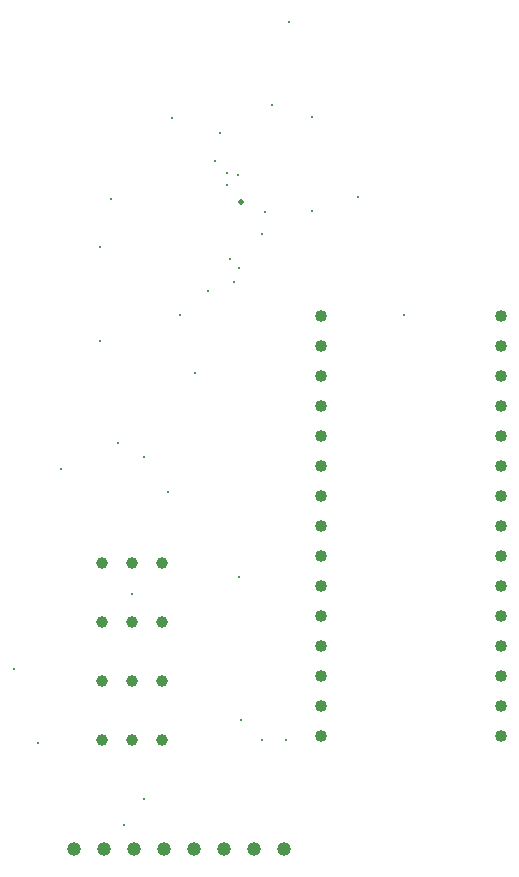
<source format=gbr>
%TF.GenerationSoftware,KiCad,Pcbnew,9.0.5*%
%TF.CreationDate,2025-10-13T11:36:25+02:00*%
%TF.ProjectId,MAX31865,4d415833-3138-4363-952e-6b696361645f,rev?*%
%TF.SameCoordinates,Original*%
%TF.FileFunction,Plated,1,2,PTH,Drill*%
%TF.FilePolarity,Positive*%
%FSLAX46Y46*%
G04 Gerber Fmt 4.6, Leading zero omitted, Abs format (unit mm)*
G04 Created by KiCad (PCBNEW 9.0.5) date 2025-10-13 11:36:25*
%MOMM*%
%LPD*%
G01*
G04 APERTURE LIST*
%TA.AperFunction,ViaDrill*%
%ADD10C,0.300000*%
%TD*%
%TA.AperFunction,ViaDrill*%
%ADD11C,0.500000*%
%TD*%
%TA.AperFunction,ComponentDrill*%
%ADD12C,1.000000*%
%TD*%
%TA.AperFunction,ComponentDrill*%
%ADD13C,1.016000*%
%TD*%
%TA.AperFunction,ComponentDrill*%
%ADD14C,1.190000*%
%TD*%
G04 APERTURE END LIST*
D10*
X103000000Y-130000000D03*
X105000000Y-136280000D03*
X107000000Y-113000000D03*
X110240000Y-94220000D03*
X110240000Y-102220000D03*
X111240000Y-90220000D03*
X111817499Y-110817499D03*
X112300000Y-143200000D03*
X113000000Y-123600000D03*
X114000000Y-112000000D03*
X114000000Y-141000000D03*
X116000000Y-115000000D03*
X116360000Y-83302500D03*
X117000000Y-100000000D03*
X118300000Y-104900000D03*
X119400000Y-98000000D03*
X120000000Y-87000000D03*
X120400000Y-84600000D03*
X121000000Y-88000000D03*
X121000000Y-89000000D03*
X121240000Y-95220000D03*
X121600000Y-97200000D03*
X121931369Y-88149724D03*
X122000000Y-96000000D03*
X122000000Y-122200000D03*
X122200000Y-134300000D03*
X123995319Y-93168200D03*
X124000000Y-136000000D03*
X124240000Y-91275902D03*
X124800000Y-82200000D03*
X126000000Y-136000000D03*
X126240000Y-75220000D03*
X128240000Y-83220000D03*
X128240000Y-91220000D03*
X132106900Y-90047400D03*
X136000000Y-100000000D03*
D11*
X122216900Y-90447400D03*
D12*
%TO.C,JP7*%
X110460000Y-121000000D03*
%TO.C,JP6*%
X110460000Y-126000000D03*
%TO.C,JP5*%
X110460000Y-131000000D03*
%TO.C,JP4*%
X110460000Y-136000000D03*
%TO.C,JP7*%
X113000000Y-121000000D03*
%TO.C,JP6*%
X113000000Y-126000000D03*
%TO.C,JP5*%
X113000000Y-131000000D03*
%TO.C,JP4*%
X113000000Y-136000000D03*
%TO.C,JP7*%
X115540000Y-121000000D03*
%TO.C,JP6*%
X115540000Y-126000000D03*
%TO.C,JP5*%
X115540000Y-131000000D03*
%TO.C,JP4*%
X115540000Y-136000000D03*
D13*
%TO.C,A1*%
X129000000Y-100060000D03*
X129000000Y-102600000D03*
X129000000Y-105140000D03*
X129000000Y-107680000D03*
X129000000Y-110220000D03*
X129000000Y-112760000D03*
X129000000Y-115300000D03*
X129000000Y-117840000D03*
X129000000Y-120380000D03*
X129000000Y-122920000D03*
X129000000Y-125460000D03*
X129000000Y-128000000D03*
X129000000Y-130540000D03*
X129000000Y-133080000D03*
X129000000Y-135620000D03*
X144240000Y-100060000D03*
X144240000Y-102600000D03*
X144240000Y-105140000D03*
X144240000Y-107680000D03*
X144240000Y-110220000D03*
X144240000Y-112760000D03*
X144240000Y-115300000D03*
X144240000Y-117840000D03*
X144240000Y-120380000D03*
X144240000Y-122920000D03*
X144240000Y-125460000D03*
X144240000Y-128000000D03*
X144240000Y-130540000D03*
X144240000Y-133080000D03*
X144240000Y-135620000D03*
D14*
%TO.C,J3*%
X108040000Y-145220000D03*
X110580000Y-145220000D03*
X113120000Y-145220000D03*
X115660000Y-145220000D03*
X118200000Y-145220000D03*
X120740000Y-145220000D03*
X123280000Y-145220000D03*
X125820000Y-145220000D03*
M02*

</source>
